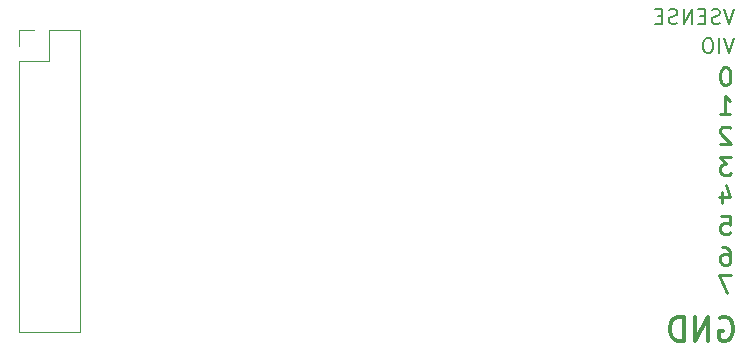
<source format=gbr>
%TF.GenerationSoftware,KiCad,Pcbnew,8.0.4*%
%TF.CreationDate,2024-08-10T21:18:51+02:00*%
%TF.ProjectId,breakout,62726561-6b6f-4757-942e-6b696361645f,rev?*%
%TF.SameCoordinates,Original*%
%TF.FileFunction,Legend,Bot*%
%TF.FilePolarity,Positive*%
%FSLAX46Y46*%
G04 Gerber Fmt 4.6, Leading zero omitted, Abs format (unit mm)*
G04 Created by KiCad (PCBNEW 8.0.4) date 2024-08-10 21:18:51*
%MOMM*%
%LPD*%
G01*
G04 APERTURE LIST*
%ADD10C,0.250000*%
%ADD11C,0.200000*%
%ADD12C,0.333000*%
%ADD13C,0.120000*%
%ADD14C,0.100000*%
%ADD15R,1.700000X1.700000*%
%ADD16O,1.700000X1.700000*%
%ADD17C,5.400000*%
%ADD18R,2.200000X2.200000*%
%ADD19C,2.200000*%
G04 APERTURE END LIST*
D10*
X191714285Y-87280928D02*
X191714285Y-88280928D01*
X192071427Y-86709500D02*
X192428570Y-87780928D01*
X192428570Y-87780928D02*
X191499999Y-87780928D01*
D11*
X192749374Y-71817873D02*
X192332707Y-73067873D01*
X192332707Y-73067873D02*
X191916041Y-71817873D01*
X191558897Y-73008350D02*
X191380326Y-73067873D01*
X191380326Y-73067873D02*
X191082707Y-73067873D01*
X191082707Y-73067873D02*
X190963659Y-73008350D01*
X190963659Y-73008350D02*
X190904135Y-72948826D01*
X190904135Y-72948826D02*
X190844612Y-72829778D01*
X190844612Y-72829778D02*
X190844612Y-72710730D01*
X190844612Y-72710730D02*
X190904135Y-72591683D01*
X190904135Y-72591683D02*
X190963659Y-72532159D01*
X190963659Y-72532159D02*
X191082707Y-72472635D01*
X191082707Y-72472635D02*
X191320802Y-72413111D01*
X191320802Y-72413111D02*
X191439850Y-72353588D01*
X191439850Y-72353588D02*
X191499373Y-72294064D01*
X191499373Y-72294064D02*
X191558897Y-72175016D01*
X191558897Y-72175016D02*
X191558897Y-72055969D01*
X191558897Y-72055969D02*
X191499373Y-71936921D01*
X191499373Y-71936921D02*
X191439850Y-71877397D01*
X191439850Y-71877397D02*
X191320802Y-71817873D01*
X191320802Y-71817873D02*
X191023183Y-71817873D01*
X191023183Y-71817873D02*
X190844612Y-71877397D01*
X190308897Y-72413111D02*
X189892231Y-72413111D01*
X189713659Y-73067873D02*
X190308897Y-73067873D01*
X190308897Y-73067873D02*
X190308897Y-71817873D01*
X190308897Y-71817873D02*
X189713659Y-71817873D01*
X189177945Y-73067873D02*
X189177945Y-71817873D01*
X189177945Y-71817873D02*
X188463660Y-73067873D01*
X188463660Y-73067873D02*
X188463660Y-71817873D01*
X187927945Y-73008350D02*
X187749374Y-73067873D01*
X187749374Y-73067873D02*
X187451755Y-73067873D01*
X187451755Y-73067873D02*
X187332707Y-73008350D01*
X187332707Y-73008350D02*
X187273183Y-72948826D01*
X187273183Y-72948826D02*
X187213660Y-72829778D01*
X187213660Y-72829778D02*
X187213660Y-72710730D01*
X187213660Y-72710730D02*
X187273183Y-72591683D01*
X187273183Y-72591683D02*
X187332707Y-72532159D01*
X187332707Y-72532159D02*
X187451755Y-72472635D01*
X187451755Y-72472635D02*
X187689850Y-72413111D01*
X187689850Y-72413111D02*
X187808898Y-72353588D01*
X187808898Y-72353588D02*
X187868421Y-72294064D01*
X187868421Y-72294064D02*
X187927945Y-72175016D01*
X187927945Y-72175016D02*
X187927945Y-72055969D01*
X187927945Y-72055969D02*
X187868421Y-71936921D01*
X187868421Y-71936921D02*
X187808898Y-71877397D01*
X187808898Y-71877397D02*
X187689850Y-71817873D01*
X187689850Y-71817873D02*
X187392231Y-71817873D01*
X187392231Y-71817873D02*
X187213660Y-71877397D01*
X186677945Y-72413111D02*
X186261279Y-72413111D01*
X186082707Y-73067873D02*
X186677945Y-73067873D01*
X186677945Y-73067873D02*
X186677945Y-71817873D01*
X186677945Y-71817873D02*
X186082707Y-71817873D01*
D12*
X191523809Y-98003160D02*
X191714285Y-97907922D01*
X191714285Y-97907922D02*
X191999999Y-97907922D01*
X191999999Y-97907922D02*
X192285714Y-98003160D01*
X192285714Y-98003160D02*
X192476190Y-98193636D01*
X192476190Y-98193636D02*
X192571428Y-98384112D01*
X192571428Y-98384112D02*
X192666666Y-98765064D01*
X192666666Y-98765064D02*
X192666666Y-99050779D01*
X192666666Y-99050779D02*
X192571428Y-99431731D01*
X192571428Y-99431731D02*
X192476190Y-99622207D01*
X192476190Y-99622207D02*
X192285714Y-99812684D01*
X192285714Y-99812684D02*
X191999999Y-99907922D01*
X191999999Y-99907922D02*
X191809523Y-99907922D01*
X191809523Y-99907922D02*
X191523809Y-99812684D01*
X191523809Y-99812684D02*
X191428571Y-99717445D01*
X191428571Y-99717445D02*
X191428571Y-99050779D01*
X191428571Y-99050779D02*
X191809523Y-99050779D01*
X190571428Y-99907922D02*
X190571428Y-97907922D01*
X190571428Y-97907922D02*
X189428571Y-99907922D01*
X189428571Y-99907922D02*
X189428571Y-97907922D01*
X188476190Y-99907922D02*
X188476190Y-97907922D01*
X188476190Y-97907922D02*
X188000000Y-97907922D01*
X188000000Y-97907922D02*
X187714285Y-98003160D01*
X187714285Y-98003160D02*
X187523809Y-98193636D01*
X187523809Y-98193636D02*
X187428571Y-98384112D01*
X187428571Y-98384112D02*
X187333333Y-98765064D01*
X187333333Y-98765064D02*
X187333333Y-99050779D01*
X187333333Y-99050779D02*
X187428571Y-99431731D01*
X187428571Y-99431731D02*
X187523809Y-99622207D01*
X187523809Y-99622207D02*
X187714285Y-99812684D01*
X187714285Y-99812684D02*
X188000000Y-99907922D01*
X188000000Y-99907922D02*
X188476190Y-99907922D01*
D11*
X192749374Y-74317873D02*
X192332707Y-75567873D01*
X192332707Y-75567873D02*
X191916041Y-74317873D01*
X191499373Y-75567873D02*
X191499373Y-74317873D01*
X190666040Y-74317873D02*
X190427945Y-74317873D01*
X190427945Y-74317873D02*
X190308897Y-74377397D01*
X190308897Y-74377397D02*
X190189850Y-74496445D01*
X190189850Y-74496445D02*
X190130326Y-74734540D01*
X190130326Y-74734540D02*
X190130326Y-75151207D01*
X190130326Y-75151207D02*
X190189850Y-75389302D01*
X190189850Y-75389302D02*
X190308897Y-75508350D01*
X190308897Y-75508350D02*
X190427945Y-75567873D01*
X190427945Y-75567873D02*
X190666040Y-75567873D01*
X190666040Y-75567873D02*
X190785088Y-75508350D01*
X190785088Y-75508350D02*
X190904135Y-75389302D01*
X190904135Y-75389302D02*
X190963659Y-75151207D01*
X190963659Y-75151207D02*
X190963659Y-74734540D01*
X190963659Y-74734540D02*
X190904135Y-74496445D01*
X190904135Y-74496445D02*
X190785088Y-74377397D01*
X190785088Y-74377397D02*
X190666040Y-74317873D01*
D10*
X191642856Y-89380928D02*
X192357142Y-89380928D01*
X192357142Y-89380928D02*
X192428570Y-90095214D01*
X192428570Y-90095214D02*
X192357142Y-90023785D01*
X192357142Y-90023785D02*
X192214285Y-89952357D01*
X192214285Y-89952357D02*
X191857142Y-89952357D01*
X191857142Y-89952357D02*
X191714285Y-90023785D01*
X191714285Y-90023785D02*
X191642856Y-90095214D01*
X191642856Y-90095214D02*
X191571427Y-90238071D01*
X191571427Y-90238071D02*
X191571427Y-90595214D01*
X191571427Y-90595214D02*
X191642856Y-90738071D01*
X191642856Y-90738071D02*
X191714285Y-90809500D01*
X191714285Y-90809500D02*
X191857142Y-90880928D01*
X191857142Y-90880928D02*
X192214285Y-90880928D01*
X192214285Y-90880928D02*
X192357142Y-90809500D01*
X192357142Y-90809500D02*
X192428570Y-90738071D01*
X192499999Y-94380928D02*
X191499999Y-94380928D01*
X191499999Y-94380928D02*
X192142856Y-95880928D01*
X192428570Y-81923785D02*
X192357142Y-81852357D01*
X192357142Y-81852357D02*
X192214285Y-81780928D01*
X192214285Y-81780928D02*
X191857142Y-81780928D01*
X191857142Y-81780928D02*
X191714285Y-81852357D01*
X191714285Y-81852357D02*
X191642856Y-81923785D01*
X191642856Y-81923785D02*
X191571427Y-82066642D01*
X191571427Y-82066642D02*
X191571427Y-82209500D01*
X191571427Y-82209500D02*
X191642856Y-82423785D01*
X191642856Y-82423785D02*
X192499999Y-83280928D01*
X192499999Y-83280928D02*
X191571427Y-83280928D01*
X192071427Y-76780928D02*
X191928570Y-76780928D01*
X191928570Y-76780928D02*
X191785713Y-76852357D01*
X191785713Y-76852357D02*
X191714285Y-76923785D01*
X191714285Y-76923785D02*
X191642856Y-77066642D01*
X191642856Y-77066642D02*
X191571427Y-77352357D01*
X191571427Y-77352357D02*
X191571427Y-77709500D01*
X191571427Y-77709500D02*
X191642856Y-77995214D01*
X191642856Y-77995214D02*
X191714285Y-78138071D01*
X191714285Y-78138071D02*
X191785713Y-78209500D01*
X191785713Y-78209500D02*
X191928570Y-78280928D01*
X191928570Y-78280928D02*
X192071427Y-78280928D01*
X192071427Y-78280928D02*
X192214285Y-78209500D01*
X192214285Y-78209500D02*
X192285713Y-78138071D01*
X192285713Y-78138071D02*
X192357142Y-77995214D01*
X192357142Y-77995214D02*
X192428570Y-77709500D01*
X192428570Y-77709500D02*
X192428570Y-77352357D01*
X192428570Y-77352357D02*
X192357142Y-77066642D01*
X192357142Y-77066642D02*
X192285713Y-76923785D01*
X192285713Y-76923785D02*
X192214285Y-76852357D01*
X192214285Y-76852357D02*
X192071427Y-76780928D01*
X191571427Y-80680928D02*
X192428570Y-80680928D01*
X191999999Y-80680928D02*
X191999999Y-79180928D01*
X191999999Y-79180928D02*
X192142856Y-79395214D01*
X192142856Y-79395214D02*
X192285713Y-79538071D01*
X192285713Y-79538071D02*
X192428570Y-79609500D01*
X191714285Y-91980928D02*
X191999999Y-91980928D01*
X191999999Y-91980928D02*
X192142856Y-92052357D01*
X192142856Y-92052357D02*
X192214285Y-92123785D01*
X192214285Y-92123785D02*
X192357142Y-92338071D01*
X192357142Y-92338071D02*
X192428570Y-92623785D01*
X192428570Y-92623785D02*
X192428570Y-93195214D01*
X192428570Y-93195214D02*
X192357142Y-93338071D01*
X192357142Y-93338071D02*
X192285713Y-93409500D01*
X192285713Y-93409500D02*
X192142856Y-93480928D01*
X192142856Y-93480928D02*
X191857142Y-93480928D01*
X191857142Y-93480928D02*
X191714285Y-93409500D01*
X191714285Y-93409500D02*
X191642856Y-93338071D01*
X191642856Y-93338071D02*
X191571427Y-93195214D01*
X191571427Y-93195214D02*
X191571427Y-92838071D01*
X191571427Y-92838071D02*
X191642856Y-92695214D01*
X191642856Y-92695214D02*
X191714285Y-92623785D01*
X191714285Y-92623785D02*
X191857142Y-92552357D01*
X191857142Y-92552357D02*
X192142856Y-92552357D01*
X192142856Y-92552357D02*
X192285713Y-92623785D01*
X192285713Y-92623785D02*
X192357142Y-92695214D01*
X192357142Y-92695214D02*
X192428570Y-92838071D01*
X192499999Y-84380928D02*
X191571427Y-84380928D01*
X191571427Y-84380928D02*
X192071427Y-84952357D01*
X192071427Y-84952357D02*
X191857142Y-84952357D01*
X191857142Y-84952357D02*
X191714285Y-85023785D01*
X191714285Y-85023785D02*
X191642856Y-85095214D01*
X191642856Y-85095214D02*
X191571427Y-85238071D01*
X191571427Y-85238071D02*
X191571427Y-85595214D01*
X191571427Y-85595214D02*
X191642856Y-85738071D01*
X191642856Y-85738071D02*
X191714285Y-85809500D01*
X191714285Y-85809500D02*
X191857142Y-85880928D01*
X191857142Y-85880928D02*
X192285713Y-85880928D01*
X192285713Y-85880928D02*
X192428570Y-85809500D01*
X192428570Y-85809500D02*
X192499999Y-85738071D01*
D13*
%TO.C,J1*%
X132170000Y-73630000D02*
X133500000Y-73630000D01*
X132170000Y-74960000D02*
X132170000Y-73630000D01*
X132170000Y-76230000D02*
X134770000Y-76230000D01*
X132170000Y-99150000D02*
X132170000Y-76230000D01*
X132170000Y-99150000D02*
X137370000Y-99150000D01*
X134770000Y-73630000D02*
X137370000Y-73630000D01*
X134770000Y-76230000D02*
X134770000Y-73630000D01*
X137370000Y-99150000D02*
X137370000Y-73630000D01*
%TD*%
%LPC*%
D14*
X142500000Y-66900000D02*
X177000000Y-66900000D01*
X177000000Y-72500000D01*
X142500000Y-72500000D01*
X142500000Y-66900000D01*
G36*
X142500000Y-66900000D02*
G01*
X177000000Y-66900000D01*
X177000000Y-72500000D01*
X142500000Y-72500000D01*
X142500000Y-66900000D01*
G37*
X142250000Y-100000000D02*
X177000000Y-100000000D01*
X177000000Y-105000000D01*
X142250000Y-105000000D01*
X142250000Y-100000000D01*
G36*
X142250000Y-100000000D02*
G01*
X177000000Y-100000000D01*
X177000000Y-105000000D01*
X142250000Y-105000000D01*
X142250000Y-100000000D01*
G37*
D15*
%TO.C,J9*%
X129500000Y-81500000D03*
D16*
X126960000Y-81500000D03*
X129500000Y-84040000D03*
X126960000Y-84040000D03*
X129500000Y-86580000D03*
X126960000Y-86580000D03*
X129500000Y-89120000D03*
X126960000Y-89120000D03*
X129500000Y-91660000D03*
X126960000Y-91660000D03*
%TD*%
D15*
%TO.C,J5*%
X153500000Y-74960000D03*
D16*
X153500000Y-77500000D03*
X153500000Y-80040000D03*
X153500000Y-82580000D03*
X153500000Y-85120000D03*
X153500000Y-87660000D03*
X153500000Y-90200000D03*
X153500000Y-92740000D03*
X153500000Y-95280000D03*
X153500000Y-97820000D03*
%TD*%
D17*
%TO.C,H1*%
X189000000Y-66000000D03*
%TD*%
D15*
%TO.C,J4*%
X143500000Y-74920000D03*
D16*
X143500000Y-77460000D03*
X143500000Y-80000000D03*
X143500000Y-82540000D03*
X143500000Y-85080000D03*
X143500000Y-87620000D03*
X143500000Y-90160000D03*
X143500000Y-92700000D03*
X143500000Y-95240000D03*
X143500000Y-97780000D03*
%TD*%
D15*
%TO.C,J3*%
X148500000Y-74920000D03*
D16*
X148500000Y-77460000D03*
X148500000Y-80000000D03*
X148500000Y-82540000D03*
X148500000Y-85080000D03*
X148500000Y-87620000D03*
X148500000Y-90160000D03*
X148500000Y-92700000D03*
X148500000Y-95240000D03*
X148500000Y-97780000D03*
%TD*%
D17*
%TO.C,H2*%
X189000000Y-106000000D03*
%TD*%
D15*
%TO.C,J7*%
X168500000Y-77460000D03*
D16*
X168500000Y-80000000D03*
X168500000Y-82540000D03*
X168500000Y-85080000D03*
X168500000Y-87620000D03*
X168500000Y-90160000D03*
X168500000Y-92700000D03*
X168500000Y-95240000D03*
%TD*%
D18*
%TO.C,J2*%
X181000000Y-72340000D03*
D19*
X181000000Y-74880000D03*
X181000000Y-77419999D03*
X181000000Y-79960000D03*
X181000000Y-82500000D03*
X181000000Y-85040000D03*
X181000000Y-87580000D03*
X181000000Y-90120001D03*
X181000000Y-92660000D03*
X181000000Y-95200000D03*
X181000000Y-97740000D03*
X181000000Y-100279999D03*
%TD*%
D15*
%TO.C,J6*%
X158500000Y-74920000D03*
D16*
X158500000Y-77460000D03*
X158500000Y-80000000D03*
X158500000Y-82540000D03*
X158500000Y-85080000D03*
X158500000Y-87620000D03*
X158500000Y-90160000D03*
X158500000Y-92700000D03*
X158500000Y-95240000D03*
X158500000Y-97780000D03*
%TD*%
D15*
%TO.C,J1*%
X133500000Y-74960000D03*
D16*
X136040000Y-74960000D03*
X133500000Y-77500000D03*
X136040000Y-77500000D03*
X133500000Y-80040000D03*
X136040000Y-80040000D03*
X133500000Y-82580000D03*
X136040000Y-82580000D03*
X133500000Y-85120000D03*
X136040000Y-85120000D03*
X133500000Y-87660000D03*
X136040000Y-87660000D03*
X133500000Y-90200000D03*
X136040000Y-90200000D03*
X133500000Y-92740000D03*
X136040000Y-92740000D03*
X133500000Y-95280000D03*
X136040000Y-95280000D03*
X133500000Y-97820000D03*
X136040000Y-97820000D03*
%TD*%
%LPD*%
M02*

</source>
